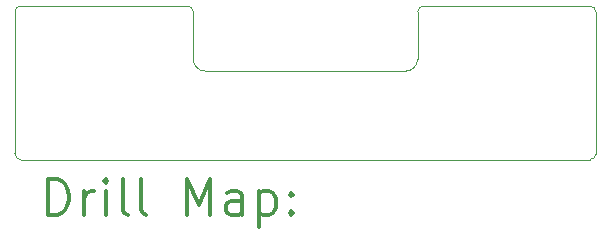
<source format=gbr>
%FSLAX45Y45*%
G04 Gerber Fmt 4.5, Leading zero omitted, Abs format (unit mm)*
G04 Created by KiCad (PCBNEW (5.1.10-1-10_14)) date 2021-11-16 21:19:21*
%MOMM*%
%LPD*%
G01*
G04 APERTURE LIST*
%TA.AperFunction,Profile*%
%ADD10C,0.050000*%
%TD*%
%ADD11C,0.200000*%
%ADD12C,0.300000*%
G04 APERTURE END LIST*
D10*
X1990000Y-2000000D02*
G75*
G02*
X2040000Y-1950000I50000J0D01*
G01*
X2040000Y-3250000D02*
G75*
G02*
X1990000Y-3200000I0J50000D01*
G01*
X6910000Y-3200000D02*
G75*
G02*
X6860000Y-3250000I-50000J0D01*
G01*
X6860000Y-1950000D02*
G75*
G02*
X6910000Y-2000000I0J-50000D01*
G01*
X5400000Y-2000000D02*
G75*
G02*
X5450000Y-1950000I50000J0D01*
G01*
X3450000Y-1950000D02*
G75*
G02*
X3500000Y-2000000I0J-50000D01*
G01*
X5400000Y-2400000D02*
G75*
G02*
X5300000Y-2500000I-100000J0D01*
G01*
X3600000Y-2500000D02*
G75*
G02*
X3500000Y-2400000I0J100000D01*
G01*
X5400000Y-2000000D02*
X5400000Y-2400000D01*
X5300000Y-2500000D02*
X3600000Y-2500000D01*
X3500000Y-2400000D02*
X3500000Y-2000000D01*
X6860000Y-1950000D02*
X5450000Y-1950000D01*
X3450000Y-1950000D02*
X2040000Y-1950000D01*
X6910000Y-3200000D02*
X6910000Y-2000000D01*
X2040000Y-3250000D02*
X6860000Y-3250000D01*
X1990000Y-2000000D02*
X1990000Y-3200000D01*
D11*
D12*
X2273928Y-3718214D02*
X2273928Y-3418214D01*
X2345357Y-3418214D01*
X2388214Y-3432500D01*
X2416786Y-3461071D01*
X2431071Y-3489643D01*
X2445357Y-3546786D01*
X2445357Y-3589643D01*
X2431071Y-3646786D01*
X2416786Y-3675357D01*
X2388214Y-3703929D01*
X2345357Y-3718214D01*
X2273928Y-3718214D01*
X2573928Y-3718214D02*
X2573928Y-3518214D01*
X2573928Y-3575357D02*
X2588214Y-3546786D01*
X2602500Y-3532500D01*
X2631071Y-3518214D01*
X2659643Y-3518214D01*
X2759643Y-3718214D02*
X2759643Y-3518214D01*
X2759643Y-3418214D02*
X2745357Y-3432500D01*
X2759643Y-3446786D01*
X2773928Y-3432500D01*
X2759643Y-3418214D01*
X2759643Y-3446786D01*
X2945357Y-3718214D02*
X2916786Y-3703929D01*
X2902500Y-3675357D01*
X2902500Y-3418214D01*
X3102500Y-3718214D02*
X3073928Y-3703929D01*
X3059643Y-3675357D01*
X3059643Y-3418214D01*
X3445357Y-3718214D02*
X3445357Y-3418214D01*
X3545357Y-3632500D01*
X3645357Y-3418214D01*
X3645357Y-3718214D01*
X3916786Y-3718214D02*
X3916786Y-3561071D01*
X3902500Y-3532500D01*
X3873928Y-3518214D01*
X3816786Y-3518214D01*
X3788214Y-3532500D01*
X3916786Y-3703929D02*
X3888214Y-3718214D01*
X3816786Y-3718214D01*
X3788214Y-3703929D01*
X3773928Y-3675357D01*
X3773928Y-3646786D01*
X3788214Y-3618214D01*
X3816786Y-3603929D01*
X3888214Y-3603929D01*
X3916786Y-3589643D01*
X4059643Y-3518214D02*
X4059643Y-3818214D01*
X4059643Y-3532500D02*
X4088214Y-3518214D01*
X4145357Y-3518214D01*
X4173928Y-3532500D01*
X4188214Y-3546786D01*
X4202500Y-3575357D01*
X4202500Y-3661071D01*
X4188214Y-3689643D01*
X4173928Y-3703929D01*
X4145357Y-3718214D01*
X4088214Y-3718214D01*
X4059643Y-3703929D01*
X4331071Y-3689643D02*
X4345357Y-3703929D01*
X4331071Y-3718214D01*
X4316786Y-3703929D01*
X4331071Y-3689643D01*
X4331071Y-3718214D01*
X4331071Y-3532500D02*
X4345357Y-3546786D01*
X4331071Y-3561071D01*
X4316786Y-3546786D01*
X4331071Y-3532500D01*
X4331071Y-3561071D01*
M02*

</source>
